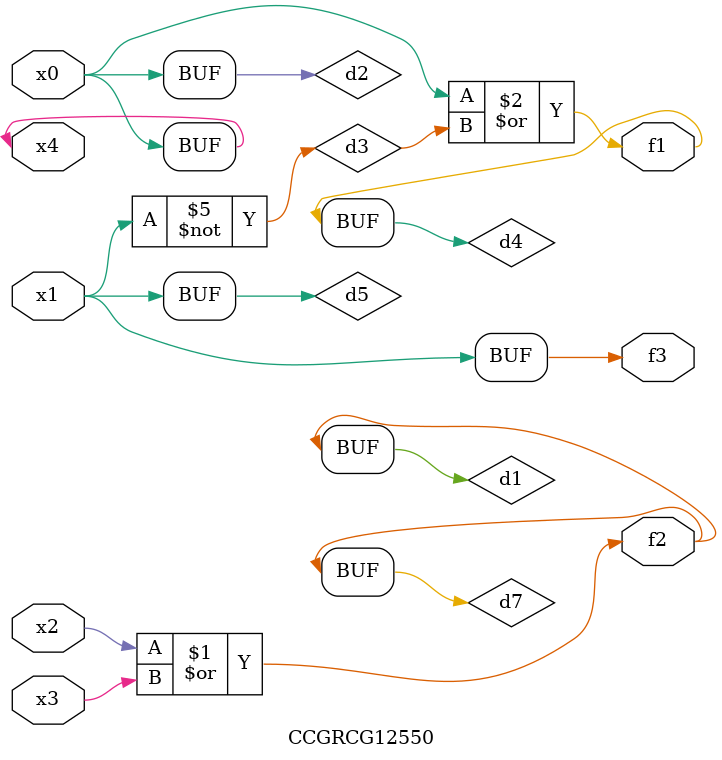
<source format=v>
module CCGRCG12550(
	input x0, x1, x2, x3, x4,
	output f1, f2, f3
);

	wire d1, d2, d3, d4, d5, d6, d7;

	or (d1, x2, x3);
	buf (d2, x0, x4);
	not (d3, x1);
	or (d4, d2, d3);
	not (d5, d3);
	nand (d6, d1, d3);
	or (d7, d1);
	assign f1 = d4;
	assign f2 = d7;
	assign f3 = d5;
endmodule

</source>
